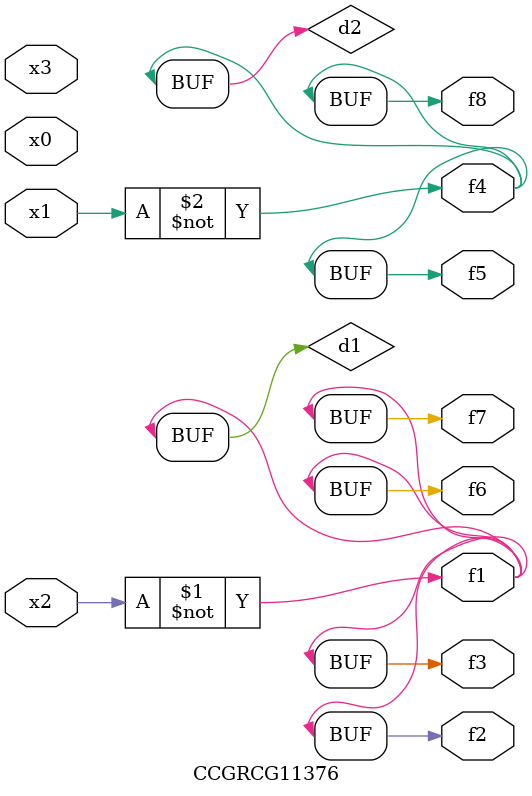
<source format=v>
module CCGRCG11376(
	input x0, x1, x2, x3,
	output f1, f2, f3, f4, f5, f6, f7, f8
);

	wire d1, d2;

	xnor (d1, x2);
	not (d2, x1);
	assign f1 = d1;
	assign f2 = d1;
	assign f3 = d1;
	assign f4 = d2;
	assign f5 = d2;
	assign f6 = d1;
	assign f7 = d1;
	assign f8 = d2;
endmodule

</source>
